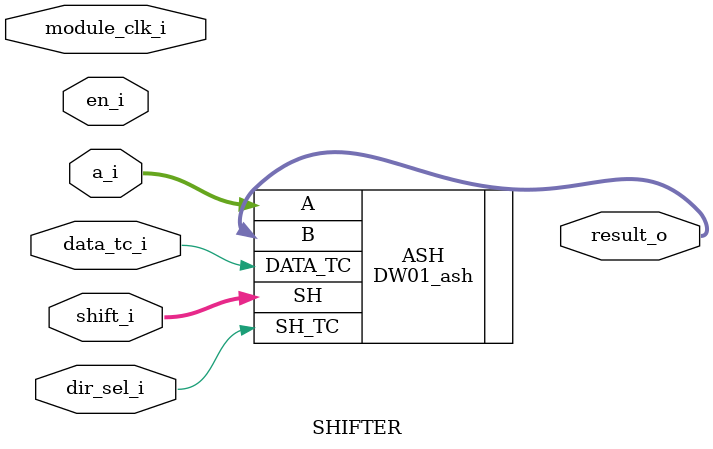
<source format=sv>
/*
###########################################
# Title:  SHIFTER.sv
# Author: Michal Gorywoda
# Date:   29.02.2024
###########################################
*/
module SHIFTER #(
    parameter DATA_WIDTH = 32
    )(
    input                       module_clk_i,
    input                       en_i,
    input                       dir_sel_i,  
    input                       data_tc_i,
    input [DATA_WIDTH-1:0]      a_i,
    input [DATA_WIDTH-1:0]      shift_i,
    output [DATA_WIDTH-1:0]     result_o

);

logic clk_gated;

CKLNQD12 SHIFTER_GATE(
    .TE(en_i),
    .E(en_i),
    .CP(module_clk_i),
    .Q(clk_gated)
);


DW01_ash #(
    .A_width(DATA_WIDTH), 
    .SH_width(DATA_WIDTH)
    ) ASH (
        .A(a_i), 
        .DATA_TC(data_tc_i), 
        .SH(shift_i),
        .SH_TC(dir_sel_i), 
        .B(result_o) 
    );



endmodule
</source>
